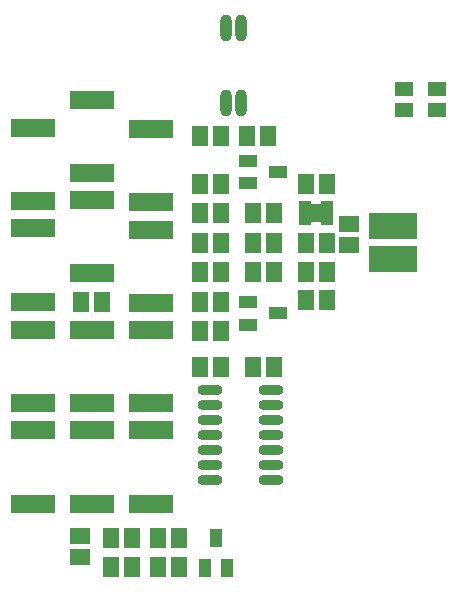
<source format=gtp>
G04*
G04 #@! TF.GenerationSoftware,Altium Limited,Altium Designer,20.0.2 (26)*
G04*
G04 Layer_Color=7318015*
%FSLAX25Y25*%
%MOIN*%
G70*
G01*
G75*
%ADD20O,0.03759X0.09074*%
%ADD21O,0.08287X0.03562*%
%ADD22R,0.06121X0.03956*%
%ADD23R,0.03956X0.06121*%
%ADD24R,0.05924X0.05137*%
%ADD25R,0.05767X0.06987*%
%ADD26R,0.16161X0.09074*%
%ADD27R,0.06987X0.05767*%
%ADD28R,0.03562X0.05924*%
%ADD29R,0.04350X0.02184*%
%ADD30R,0.14665X0.06121*%
D20*
X76240Y164567D02*
D03*
X81240D02*
D03*
X76240Y189764D02*
D03*
X81240D02*
D03*
D21*
X70866Y68898D02*
D03*
Y63898D02*
D03*
Y58898D02*
D03*
Y53898D02*
D03*
Y48898D02*
D03*
Y43898D02*
D03*
Y38898D02*
D03*
X91339Y68898D02*
D03*
Y63898D02*
D03*
Y58898D02*
D03*
Y53898D02*
D03*
Y48898D02*
D03*
Y43898D02*
D03*
Y38898D02*
D03*
D22*
X83661Y145472D02*
D03*
Y137992D02*
D03*
X93504Y141732D02*
D03*
X83661Y98228D02*
D03*
Y90748D02*
D03*
X93504Y94488D02*
D03*
D23*
X69095Y9646D02*
D03*
X76575D02*
D03*
X72835Y19488D02*
D03*
D24*
X146457Y169291D02*
D03*
Y162205D02*
D03*
X135433D02*
D03*
Y169291D02*
D03*
D25*
X83110Y153543D02*
D03*
X90118D02*
D03*
X74370D02*
D03*
X67362D02*
D03*
X85079Y118110D02*
D03*
X92087D02*
D03*
X85079Y127953D02*
D03*
X92087D02*
D03*
X67362Y137795D02*
D03*
X74370D02*
D03*
X67362Y127953D02*
D03*
X74370D02*
D03*
X67362Y118110D02*
D03*
X74370D02*
D03*
Y108268D02*
D03*
X67362D02*
D03*
X85079D02*
D03*
X92087D02*
D03*
X74370Y98425D02*
D03*
X67362D02*
D03*
Y88583D02*
D03*
X74370D02*
D03*
X67362Y76772D02*
D03*
X74370D02*
D03*
X85079D02*
D03*
X92087D02*
D03*
X109803Y108268D02*
D03*
X102795D02*
D03*
X109803Y98819D02*
D03*
X102795D02*
D03*
X109803Y118110D02*
D03*
X102795D02*
D03*
Y137795D02*
D03*
X109803D02*
D03*
X27992Y98425D02*
D03*
X35000D02*
D03*
X37835Y9843D02*
D03*
X44842D02*
D03*
X53583D02*
D03*
X60590D02*
D03*
X37835Y19685D02*
D03*
X44842D02*
D03*
X60590D02*
D03*
X53583D02*
D03*
D26*
X131890Y123622D02*
D03*
Y112598D02*
D03*
D27*
X117323Y124370D02*
D03*
Y117362D02*
D03*
X27559Y20433D02*
D03*
Y13425D02*
D03*
D28*
X106299Y127953D02*
D03*
D29*
X102638Y130905D02*
D03*
Y128937D02*
D03*
Y126969D02*
D03*
Y125000D02*
D03*
X109961Y130905D02*
D03*
Y128937D02*
D03*
Y126969D02*
D03*
Y125000D02*
D03*
D30*
X51181Y98032D02*
D03*
Y122441D02*
D03*
Y131496D02*
D03*
Y155905D02*
D03*
X31496Y141339D02*
D03*
Y165748D02*
D03*
Y107874D02*
D03*
Y132283D02*
D03*
X51181Y64567D02*
D03*
Y88976D02*
D03*
X31496Y64567D02*
D03*
Y88976D02*
D03*
X51181Y31102D02*
D03*
Y55512D02*
D03*
X31496Y31102D02*
D03*
Y55512D02*
D03*
X11811Y31102D02*
D03*
Y55512D02*
D03*
Y88976D02*
D03*
Y64567D02*
D03*
Y156299D02*
D03*
Y131890D02*
D03*
Y122835D02*
D03*
Y98425D02*
D03*
M02*

</source>
